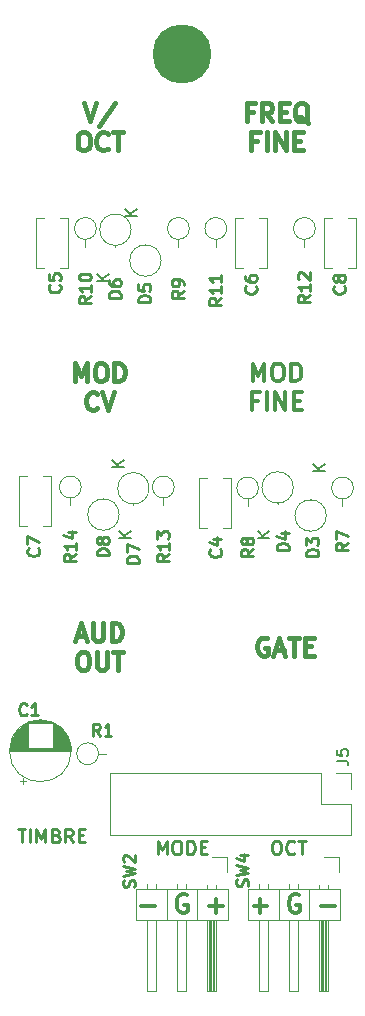
<source format=gto>
%TF.GenerationSoftware,KiCad,Pcbnew,(6.0.1)*%
%TF.CreationDate,2022-09-30T20:28:54-04:00*%
%TF.ProjectId,SYNTH-VCO_CTL-03,53594e54-482d-4564-934f-5f43544c2d30,1*%
%TF.SameCoordinates,Original*%
%TF.FileFunction,Legend,Top*%
%TF.FilePolarity,Positive*%
%FSLAX46Y46*%
G04 Gerber Fmt 4.6, Leading zero omitted, Abs format (unit mm)*
G04 Created by KiCad (PCBNEW (6.0.1)) date 2022-09-30 20:28:54*
%MOMM*%
%LPD*%
G01*
G04 APERTURE LIST*
%ADD10C,0.375000*%
%ADD11C,0.349250*%
%ADD12C,0.285750*%
%ADD13C,0.381000*%
%ADD14C,0.254000*%
%ADD15C,0.150000*%
%ADD16C,0.120000*%
%ADD17C,5.000000*%
G04 APERTURE END LIST*
D10*
X141118285Y-87571071D02*
X141118285Y-86071071D01*
X141618285Y-87142500D01*
X142118285Y-86071071D01*
X142118285Y-87571071D01*
X143118285Y-86071071D02*
X143404000Y-86071071D01*
X143546857Y-86142500D01*
X143689714Y-86285357D01*
X143761142Y-86571071D01*
X143761142Y-87071071D01*
X143689714Y-87356785D01*
X143546857Y-87499642D01*
X143404000Y-87571071D01*
X143118285Y-87571071D01*
X142975428Y-87499642D01*
X142832571Y-87356785D01*
X142761142Y-87071071D01*
X142761142Y-86571071D01*
X142832571Y-86285357D01*
X142975428Y-86142500D01*
X143118285Y-86071071D01*
X144404000Y-87571071D02*
X144404000Y-86071071D01*
X144761142Y-86071071D01*
X144975428Y-86142500D01*
X145118285Y-86285357D01*
X145189714Y-86428214D01*
X145261142Y-86713928D01*
X145261142Y-86928214D01*
X145189714Y-87213928D01*
X145118285Y-87356785D01*
X144975428Y-87499642D01*
X144761142Y-87571071D01*
X144404000Y-87571071D01*
X141546857Y-89200357D02*
X141046857Y-89200357D01*
X141046857Y-89986071D02*
X141046857Y-88486071D01*
X141761142Y-88486071D01*
X142332571Y-89986071D02*
X142332571Y-88486071D01*
X143046857Y-89986071D02*
X143046857Y-88486071D01*
X143904000Y-89986071D01*
X143904000Y-88486071D01*
X144618285Y-89200357D02*
X145118285Y-89200357D01*
X145332571Y-89986071D02*
X144618285Y-89986071D01*
X144618285Y-88486071D01*
X145332571Y-88486071D01*
D11*
X131706857Y-131962485D02*
X132868000Y-131962485D01*
X135553142Y-131062600D02*
X135408000Y-130987609D01*
X135190285Y-130987609D01*
X134972571Y-131062600D01*
X134827428Y-131212580D01*
X134754857Y-131362561D01*
X134682285Y-131662523D01*
X134682285Y-131887495D01*
X134754857Y-132187457D01*
X134827428Y-132337438D01*
X134972571Y-132487419D01*
X135190285Y-132562409D01*
X135335428Y-132562409D01*
X135553142Y-132487419D01*
X135625714Y-132412428D01*
X135625714Y-131887495D01*
X135335428Y-131887495D01*
X137440000Y-131962485D02*
X138601142Y-131962485D01*
X138020571Y-132562409D02*
X138020571Y-131362561D01*
D12*
X133085714Y-127617071D02*
X133085714Y-126474071D01*
X133466714Y-127290500D01*
X133847714Y-126474071D01*
X133847714Y-127617071D01*
X134609714Y-126474071D02*
X134827428Y-126474071D01*
X134936285Y-126528500D01*
X135045142Y-126637357D01*
X135099571Y-126855071D01*
X135099571Y-127236071D01*
X135045142Y-127453785D01*
X134936285Y-127562642D01*
X134827428Y-127617071D01*
X134609714Y-127617071D01*
X134500857Y-127562642D01*
X134392000Y-127453785D01*
X134337571Y-127236071D01*
X134337571Y-126855071D01*
X134392000Y-126637357D01*
X134500857Y-126528500D01*
X134609714Y-126474071D01*
X135589428Y-127617071D02*
X135589428Y-126474071D01*
X135861571Y-126474071D01*
X136024857Y-126528500D01*
X136133714Y-126637357D01*
X136188142Y-126746214D01*
X136242571Y-126963928D01*
X136242571Y-127127214D01*
X136188142Y-127344928D01*
X136133714Y-127453785D01*
X136024857Y-127562642D01*
X135861571Y-127617071D01*
X135589428Y-127617071D01*
X136732428Y-127018357D02*
X137113428Y-127018357D01*
X137276714Y-127617071D02*
X136732428Y-127617071D01*
X136732428Y-126474071D01*
X137276714Y-126474071D01*
D13*
X142380000Y-109338000D02*
X142234857Y-109265428D01*
X142017142Y-109265428D01*
X141799428Y-109338000D01*
X141654285Y-109483142D01*
X141581714Y-109628285D01*
X141509142Y-109918571D01*
X141509142Y-110136285D01*
X141581714Y-110426571D01*
X141654285Y-110571714D01*
X141799428Y-110716857D01*
X142017142Y-110789428D01*
X142162285Y-110789428D01*
X142380000Y-110716857D01*
X142452571Y-110644285D01*
X142452571Y-110136285D01*
X142162285Y-110136285D01*
X143033142Y-110354000D02*
X143758857Y-110354000D01*
X142888000Y-110789428D02*
X143396000Y-109265428D01*
X143904000Y-110789428D01*
X144194285Y-109265428D02*
X145065142Y-109265428D01*
X144629714Y-110789428D02*
X144629714Y-109265428D01*
X145573142Y-109991142D02*
X146081142Y-109991142D01*
X146298857Y-110789428D02*
X145573142Y-110789428D01*
X145573142Y-109265428D01*
X146298857Y-109265428D01*
D12*
X121242071Y-125474071D02*
X121895214Y-125474071D01*
X121568642Y-126617071D02*
X121568642Y-125474071D01*
X122276214Y-126617071D02*
X122276214Y-125474071D01*
X122820500Y-126617071D02*
X122820500Y-125474071D01*
X123201500Y-126290500D01*
X123582500Y-125474071D01*
X123582500Y-126617071D01*
X124507785Y-126018357D02*
X124671071Y-126072785D01*
X124725500Y-126127214D01*
X124779928Y-126236071D01*
X124779928Y-126399357D01*
X124725500Y-126508214D01*
X124671071Y-126562642D01*
X124562214Y-126617071D01*
X124126785Y-126617071D01*
X124126785Y-125474071D01*
X124507785Y-125474071D01*
X124616642Y-125528500D01*
X124671071Y-125582928D01*
X124725500Y-125691785D01*
X124725500Y-125800642D01*
X124671071Y-125909500D01*
X124616642Y-125963928D01*
X124507785Y-126018357D01*
X124126785Y-126018357D01*
X125922928Y-126617071D02*
X125541928Y-126072785D01*
X125269785Y-126617071D02*
X125269785Y-125474071D01*
X125705214Y-125474071D01*
X125814071Y-125528500D01*
X125868500Y-125582928D01*
X125922928Y-125691785D01*
X125922928Y-125855071D01*
X125868500Y-125963928D01*
X125814071Y-126018357D01*
X125705214Y-126072785D01*
X125269785Y-126072785D01*
X126412785Y-126018357D02*
X126793785Y-126018357D01*
X126957071Y-126617071D02*
X126412785Y-126617071D01*
X126412785Y-125474071D01*
X126957071Y-125474071D01*
D13*
X126230857Y-109127180D02*
X126956571Y-109127180D01*
X126085714Y-109562608D02*
X126593714Y-108038608D01*
X127101714Y-109562608D01*
X127609714Y-108038608D02*
X127609714Y-109272322D01*
X127682285Y-109417465D01*
X127754857Y-109490037D01*
X127900000Y-109562608D01*
X128190285Y-109562608D01*
X128335428Y-109490037D01*
X128408000Y-109417465D01*
X128480571Y-109272322D01*
X128480571Y-108038608D01*
X129206285Y-109562608D02*
X129206285Y-108038608D01*
X129569142Y-108038608D01*
X129786857Y-108111180D01*
X129932000Y-108256322D01*
X130004571Y-108401465D01*
X130077142Y-108691751D01*
X130077142Y-108909465D01*
X130004571Y-109199751D01*
X129932000Y-109344894D01*
X129786857Y-109490037D01*
X129569142Y-109562608D01*
X129206285Y-109562608D01*
X126630000Y-110492248D02*
X126920285Y-110492248D01*
X127065428Y-110564820D01*
X127210571Y-110709962D01*
X127283142Y-111000248D01*
X127283142Y-111508248D01*
X127210571Y-111798534D01*
X127065428Y-111943677D01*
X126920285Y-112016248D01*
X126630000Y-112016248D01*
X126484857Y-111943677D01*
X126339714Y-111798534D01*
X126267142Y-111508248D01*
X126267142Y-111000248D01*
X126339714Y-110709962D01*
X126484857Y-110564820D01*
X126630000Y-110492248D01*
X127936285Y-110492248D02*
X127936285Y-111725962D01*
X128008857Y-111871105D01*
X128081428Y-111943677D01*
X128226571Y-112016248D01*
X128516857Y-112016248D01*
X128662000Y-111943677D01*
X128734571Y-111871105D01*
X128807142Y-111725962D01*
X128807142Y-110492248D01*
X129315142Y-110492248D02*
X130186000Y-110492248D01*
X129750571Y-112016248D02*
X129750571Y-110492248D01*
X126847714Y-64038608D02*
X127355714Y-65562608D01*
X127863714Y-64038608D01*
X129460285Y-63966037D02*
X128154000Y-65925465D01*
X126666285Y-66492248D02*
X126956571Y-66492248D01*
X127101714Y-66564820D01*
X127246857Y-66709962D01*
X127319428Y-67000248D01*
X127319428Y-67508248D01*
X127246857Y-67798534D01*
X127101714Y-67943677D01*
X126956571Y-68016248D01*
X126666285Y-68016248D01*
X126521142Y-67943677D01*
X126376000Y-67798534D01*
X126303428Y-67508248D01*
X126303428Y-67000248D01*
X126376000Y-66709962D01*
X126521142Y-66564820D01*
X126666285Y-66492248D01*
X128843428Y-67871105D02*
X128770857Y-67943677D01*
X128553142Y-68016248D01*
X128408000Y-68016248D01*
X128190285Y-67943677D01*
X128045142Y-67798534D01*
X127972571Y-67653391D01*
X127900000Y-67363105D01*
X127900000Y-67145391D01*
X127972571Y-66855105D01*
X128045142Y-66709962D01*
X128190285Y-66564820D01*
X128408000Y-66492248D01*
X128553142Y-66492248D01*
X128770857Y-66564820D01*
X128843428Y-66637391D01*
X129278857Y-66492248D02*
X130149714Y-66492248D01*
X129714285Y-68016248D02*
X129714285Y-66492248D01*
D12*
X143038214Y-126474071D02*
X143255928Y-126474071D01*
X143364785Y-126528500D01*
X143473642Y-126637357D01*
X143528071Y-126855071D01*
X143528071Y-127236071D01*
X143473642Y-127453785D01*
X143364785Y-127562642D01*
X143255928Y-127617071D01*
X143038214Y-127617071D01*
X142929357Y-127562642D01*
X142820500Y-127453785D01*
X142766071Y-127236071D01*
X142766071Y-126855071D01*
X142820500Y-126637357D01*
X142929357Y-126528500D01*
X143038214Y-126474071D01*
X144671071Y-127508214D02*
X144616642Y-127562642D01*
X144453357Y-127617071D01*
X144344500Y-127617071D01*
X144181214Y-127562642D01*
X144072357Y-127453785D01*
X144017928Y-127344928D01*
X143963500Y-127127214D01*
X143963500Y-126963928D01*
X144017928Y-126746214D01*
X144072357Y-126637357D01*
X144181214Y-126528500D01*
X144344500Y-126474071D01*
X144453357Y-126474071D01*
X144616642Y-126528500D01*
X144671071Y-126582928D01*
X144997642Y-126474071D02*
X145650785Y-126474071D01*
X145324214Y-127617071D02*
X145324214Y-126474071D01*
D13*
X126085714Y-87562608D02*
X126085714Y-86038608D01*
X126593714Y-87127180D01*
X127101714Y-86038608D01*
X127101714Y-87562608D01*
X128117714Y-86038608D02*
X128408000Y-86038608D01*
X128553142Y-86111180D01*
X128698285Y-86256322D01*
X128770857Y-86546608D01*
X128770857Y-87054608D01*
X128698285Y-87344894D01*
X128553142Y-87490037D01*
X128408000Y-87562608D01*
X128117714Y-87562608D01*
X127972571Y-87490037D01*
X127827428Y-87344894D01*
X127754857Y-87054608D01*
X127754857Y-86546608D01*
X127827428Y-86256322D01*
X127972571Y-86111180D01*
X128117714Y-86038608D01*
X129424000Y-87562608D02*
X129424000Y-86038608D01*
X129786857Y-86038608D01*
X130004571Y-86111180D01*
X130149714Y-86256322D01*
X130222285Y-86401465D01*
X130294857Y-86691751D01*
X130294857Y-86909465D01*
X130222285Y-87199751D01*
X130149714Y-87344894D01*
X130004571Y-87490037D01*
X129786857Y-87562608D01*
X129424000Y-87562608D01*
X127972571Y-89871105D02*
X127900000Y-89943677D01*
X127682285Y-90016248D01*
X127537142Y-90016248D01*
X127319428Y-89943677D01*
X127174285Y-89798534D01*
X127101714Y-89653391D01*
X127029142Y-89363105D01*
X127029142Y-89145391D01*
X127101714Y-88855105D01*
X127174285Y-88709962D01*
X127319428Y-88564820D01*
X127537142Y-88492248D01*
X127682285Y-88492248D01*
X127900000Y-88564820D01*
X127972571Y-88637391D01*
X128408000Y-88492248D02*
X128916000Y-90016248D01*
X129424000Y-88492248D01*
X141122000Y-64764322D02*
X140614000Y-64764322D01*
X140614000Y-65562608D02*
X140614000Y-64038608D01*
X141339714Y-64038608D01*
X142791142Y-65562608D02*
X142283142Y-64836894D01*
X141920285Y-65562608D02*
X141920285Y-64038608D01*
X142500857Y-64038608D01*
X142646000Y-64111180D01*
X142718571Y-64183751D01*
X142791142Y-64328894D01*
X142791142Y-64546608D01*
X142718571Y-64691751D01*
X142646000Y-64764322D01*
X142500857Y-64836894D01*
X141920285Y-64836894D01*
X143444285Y-64764322D02*
X143952285Y-64764322D01*
X144170000Y-65562608D02*
X143444285Y-65562608D01*
X143444285Y-64038608D01*
X144170000Y-64038608D01*
X145839142Y-65707751D02*
X145694000Y-65635180D01*
X145548857Y-65490037D01*
X145331142Y-65272322D01*
X145186000Y-65199751D01*
X145040857Y-65199751D01*
X145113428Y-65562608D02*
X144968285Y-65490037D01*
X144823142Y-65344894D01*
X144750571Y-65054608D01*
X144750571Y-64546608D01*
X144823142Y-64256322D01*
X144968285Y-64111180D01*
X145113428Y-64038608D01*
X145403714Y-64038608D01*
X145548857Y-64111180D01*
X145694000Y-64256322D01*
X145766571Y-64546608D01*
X145766571Y-65054608D01*
X145694000Y-65344894D01*
X145548857Y-65490037D01*
X145403714Y-65562608D01*
X145113428Y-65562608D01*
X141521142Y-67217962D02*
X141013142Y-67217962D01*
X141013142Y-68016248D02*
X141013142Y-66492248D01*
X141738857Y-66492248D01*
X142319428Y-68016248D02*
X142319428Y-66492248D01*
X143045142Y-68016248D02*
X143045142Y-66492248D01*
X143916000Y-68016248D01*
X143916000Y-66492248D01*
X144641714Y-67217962D02*
X145149714Y-67217962D01*
X145367428Y-68016248D02*
X144641714Y-68016248D01*
X144641714Y-66492248D01*
X145367428Y-66492248D01*
D11*
X141206857Y-131962485D02*
X142368000Y-131962485D01*
X141787428Y-132562409D02*
X141787428Y-131362561D01*
X145053142Y-131062600D02*
X144908000Y-130987609D01*
X144690285Y-130987609D01*
X144472571Y-131062600D01*
X144327428Y-131212580D01*
X144254857Y-131362561D01*
X144182285Y-131662523D01*
X144182285Y-131887495D01*
X144254857Y-132187457D01*
X144327428Y-132337438D01*
X144472571Y-132487419D01*
X144690285Y-132562409D01*
X144835428Y-132562409D01*
X145053142Y-132487419D01*
X145125714Y-132412428D01*
X145125714Y-131887495D01*
X144835428Y-131887495D01*
X146940000Y-131962485D02*
X148101142Y-131962485D01*
D14*
%TO.C,R7*%
X149193619Y-101269333D02*
X148709809Y-101608000D01*
X149193619Y-101849904D02*
X148177619Y-101849904D01*
X148177619Y-101462857D01*
X148226000Y-101366095D01*
X148274380Y-101317714D01*
X148371142Y-101269333D01*
X148516285Y-101269333D01*
X148613047Y-101317714D01*
X148661428Y-101366095D01*
X148709809Y-101462857D01*
X148709809Y-101849904D01*
X148177619Y-100930666D02*
X148177619Y-100253333D01*
X149193619Y-100688761D01*
%TO.C,D5*%
X132468619Y-80871277D02*
X131452619Y-80871277D01*
X131452619Y-80629373D01*
X131501000Y-80484230D01*
X131597761Y-80387468D01*
X131694523Y-80339087D01*
X131888047Y-80290706D01*
X132033190Y-80290706D01*
X132226714Y-80339087D01*
X132323476Y-80387468D01*
X132420238Y-80484230D01*
X132468619Y-80629373D01*
X132468619Y-80871277D01*
X131452619Y-79371468D02*
X131452619Y-79855277D01*
X131936428Y-79903658D01*
X131888047Y-79855277D01*
X131839666Y-79758515D01*
X131839666Y-79516611D01*
X131888047Y-79419849D01*
X131936428Y-79371468D01*
X132033190Y-79323087D01*
X132275095Y-79323087D01*
X132371857Y-79371468D01*
X132420238Y-79419849D01*
X132468619Y-79516611D01*
X132468619Y-79758515D01*
X132420238Y-79855277D01*
X132371857Y-79903658D01*
D15*
X131355694Y-73556590D02*
X130355694Y-73556590D01*
X131355694Y-72985162D02*
X130784266Y-73413733D01*
X130355694Y-72985162D02*
X130927123Y-73556590D01*
D14*
%TO.C,D8*%
X128948619Y-102299904D02*
X127932619Y-102299904D01*
X127932619Y-102058000D01*
X127981000Y-101912857D01*
X128077761Y-101816095D01*
X128174523Y-101767714D01*
X128368047Y-101719333D01*
X128513190Y-101719333D01*
X128706714Y-101767714D01*
X128803476Y-101816095D01*
X128900238Y-101912857D01*
X128948619Y-102058000D01*
X128948619Y-102299904D01*
X128368047Y-101138761D02*
X128319666Y-101235523D01*
X128271285Y-101283904D01*
X128174523Y-101332285D01*
X128126142Y-101332285D01*
X128029380Y-101283904D01*
X127981000Y-101235523D01*
X127932619Y-101138761D01*
X127932619Y-100945238D01*
X127981000Y-100848476D01*
X128029380Y-100800095D01*
X128126142Y-100751714D01*
X128174523Y-100751714D01*
X128271285Y-100800095D01*
X128319666Y-100848476D01*
X128368047Y-100945238D01*
X128368047Y-101138761D01*
X128416428Y-101235523D01*
X128464809Y-101283904D01*
X128561571Y-101332285D01*
X128755095Y-101332285D01*
X128851857Y-101283904D01*
X128900238Y-101235523D01*
X128948619Y-101138761D01*
X128948619Y-100945238D01*
X128900238Y-100848476D01*
X128851857Y-100800095D01*
X128755095Y-100751714D01*
X128561571Y-100751714D01*
X128464809Y-100800095D01*
X128416428Y-100848476D01*
X128368047Y-100945238D01*
D15*
X130211380Y-94826904D02*
X129211380Y-94826904D01*
X130211380Y-94255476D02*
X129639952Y-94684047D01*
X129211380Y-94255476D02*
X129782809Y-94826904D01*
D14*
%TO.C,SW2*%
X131120249Y-130384664D02*
X131168630Y-130239521D01*
X131168630Y-129997617D01*
X131120249Y-129900855D01*
X131071868Y-129852474D01*
X130975106Y-129804093D01*
X130878344Y-129804093D01*
X130781582Y-129852474D01*
X130733201Y-129900855D01*
X130684820Y-129997617D01*
X130636439Y-130191140D01*
X130588058Y-130287902D01*
X130539677Y-130336283D01*
X130442915Y-130384664D01*
X130346153Y-130384664D01*
X130249391Y-130336283D01*
X130201011Y-130287902D01*
X130152630Y-130191140D01*
X130152630Y-129949236D01*
X130201011Y-129804093D01*
X130152630Y-129465426D02*
X131168630Y-129223521D01*
X130442915Y-129029998D01*
X131168630Y-128836474D01*
X130152630Y-128594569D01*
X130249391Y-128255902D02*
X130201011Y-128207521D01*
X130152630Y-128110759D01*
X130152630Y-127868855D01*
X130201011Y-127772093D01*
X130249391Y-127723712D01*
X130346153Y-127675331D01*
X130442915Y-127675331D01*
X130588058Y-127723712D01*
X131168630Y-128304283D01*
X131168630Y-127675331D01*
%TO.C,D6*%
X129968619Y-80485590D02*
X128952619Y-80485590D01*
X128952619Y-80243686D01*
X129001000Y-80098543D01*
X129097761Y-80001781D01*
X129194523Y-79953400D01*
X129388047Y-79905019D01*
X129533190Y-79905019D01*
X129726714Y-79953400D01*
X129823476Y-80001781D01*
X129920238Y-80098543D01*
X129968619Y-80243686D01*
X129968619Y-80485590D01*
X128952619Y-79034162D02*
X128952619Y-79227686D01*
X129001000Y-79324447D01*
X129049380Y-79372828D01*
X129194523Y-79469590D01*
X129388047Y-79517971D01*
X129775095Y-79517971D01*
X129871857Y-79469590D01*
X129920238Y-79421209D01*
X129968619Y-79324447D01*
X129968619Y-79130924D01*
X129920238Y-79034162D01*
X129871857Y-78985781D01*
X129775095Y-78937400D01*
X129533190Y-78937400D01*
X129436428Y-78985781D01*
X129388047Y-79034162D01*
X129339666Y-79130924D01*
X129339666Y-79324447D01*
X129388047Y-79421209D01*
X129436428Y-79469590D01*
X129533190Y-79517971D01*
D15*
X128945380Y-79089904D02*
X127945380Y-79089904D01*
X128945380Y-78518476D02*
X128373952Y-78947047D01*
X127945380Y-78518476D02*
X128516809Y-79089904D01*
D14*
%TO.C,R13*%
X134028619Y-102203142D02*
X133544809Y-102541809D01*
X134028619Y-102783714D02*
X133012619Y-102783714D01*
X133012619Y-102396666D01*
X133061000Y-102299904D01*
X133109380Y-102251523D01*
X133206142Y-102203142D01*
X133351285Y-102203142D01*
X133448047Y-102251523D01*
X133496428Y-102299904D01*
X133544809Y-102396666D01*
X133544809Y-102783714D01*
X134028619Y-101235523D02*
X134028619Y-101816095D01*
X134028619Y-101525809D02*
X133012619Y-101525809D01*
X133157761Y-101622571D01*
X133254523Y-101719333D01*
X133302904Y-101816095D01*
X133012619Y-100896857D02*
X133012619Y-100267904D01*
X133399666Y-100606571D01*
X133399666Y-100461428D01*
X133448047Y-100364666D01*
X133496428Y-100316285D01*
X133593190Y-100267904D01*
X133835095Y-100267904D01*
X133931857Y-100316285D01*
X133980238Y-100364666D01*
X134028619Y-100461428D01*
X134028619Y-100751714D01*
X133980238Y-100848476D01*
X133931857Y-100896857D01*
%TO.C,R12*%
X145968619Y-80283142D02*
X145484809Y-80621809D01*
X145968619Y-80863714D02*
X144952619Y-80863714D01*
X144952619Y-80476666D01*
X145001000Y-80379904D01*
X145049380Y-80331523D01*
X145146142Y-80283142D01*
X145291285Y-80283142D01*
X145388047Y-80331523D01*
X145436428Y-80379904D01*
X145484809Y-80476666D01*
X145484809Y-80863714D01*
X145968619Y-79315523D02*
X145968619Y-79896095D01*
X145968619Y-79605809D02*
X144952619Y-79605809D01*
X145097761Y-79702571D01*
X145194523Y-79799333D01*
X145242904Y-79896095D01*
X145049380Y-78928476D02*
X145001000Y-78880095D01*
X144952619Y-78783333D01*
X144952619Y-78541428D01*
X145001000Y-78444666D01*
X145049380Y-78396285D01*
X145146142Y-78347904D01*
X145242904Y-78347904D01*
X145388047Y-78396285D01*
X145968619Y-78976857D01*
X145968619Y-78347904D01*
%TO.C,C4*%
X138375857Y-101799333D02*
X138424238Y-101847714D01*
X138472619Y-101992857D01*
X138472619Y-102089619D01*
X138424238Y-102234761D01*
X138327476Y-102331523D01*
X138230714Y-102379904D01*
X138037190Y-102428285D01*
X137892047Y-102428285D01*
X137698523Y-102379904D01*
X137601761Y-102331523D01*
X137505000Y-102234761D01*
X137456619Y-102089619D01*
X137456619Y-101992857D01*
X137505000Y-101847714D01*
X137553380Y-101799333D01*
X137795285Y-100928476D02*
X138472619Y-100928476D01*
X137408238Y-101170380D02*
X138133952Y-101412285D01*
X138133952Y-100783333D01*
%TO.C,C5*%
X124766171Y-79405019D02*
X124814552Y-79453400D01*
X124862933Y-79598543D01*
X124862933Y-79695305D01*
X124814552Y-79840447D01*
X124717790Y-79937209D01*
X124621028Y-79985590D01*
X124427504Y-80033971D01*
X124282361Y-80033971D01*
X124088837Y-79985590D01*
X123992075Y-79937209D01*
X123895314Y-79840447D01*
X123846933Y-79695305D01*
X123846933Y-79598543D01*
X123895314Y-79453400D01*
X123943694Y-79405019D01*
X123846933Y-78485781D02*
X123846933Y-78969590D01*
X124330742Y-79017971D01*
X124282361Y-78969590D01*
X124233980Y-78872828D01*
X124233980Y-78630924D01*
X124282361Y-78534162D01*
X124330742Y-78485781D01*
X124427504Y-78437400D01*
X124669409Y-78437400D01*
X124766171Y-78485781D01*
X124814552Y-78534162D01*
X124862933Y-78630924D01*
X124862933Y-78872828D01*
X124814552Y-78969590D01*
X124766171Y-79017971D01*
%TO.C,SW4*%
X140722249Y-130327666D02*
X140770630Y-130182523D01*
X140770630Y-129940619D01*
X140722249Y-129843857D01*
X140673868Y-129795476D01*
X140577106Y-129747095D01*
X140480344Y-129747095D01*
X140383582Y-129795476D01*
X140335201Y-129843857D01*
X140286820Y-129940619D01*
X140238439Y-130134142D01*
X140190058Y-130230904D01*
X140141677Y-130279285D01*
X140044915Y-130327666D01*
X139948153Y-130327666D01*
X139851391Y-130279285D01*
X139803011Y-130230904D01*
X139754630Y-130134142D01*
X139754630Y-129892238D01*
X139803011Y-129747095D01*
X139754630Y-129408428D02*
X140770630Y-129166523D01*
X140044915Y-128973000D01*
X140770630Y-128779476D01*
X139754630Y-128537571D01*
X140093296Y-127715095D02*
X140770630Y-127715095D01*
X139706249Y-127957000D02*
X140431963Y-128198904D01*
X140431963Y-127569952D01*
%TO.C,D4*%
X144193619Y-101849904D02*
X143177619Y-101849904D01*
X143177619Y-101608000D01*
X143226000Y-101462857D01*
X143322761Y-101366095D01*
X143419523Y-101317714D01*
X143613047Y-101269333D01*
X143758190Y-101269333D01*
X143951714Y-101317714D01*
X144048476Y-101366095D01*
X144145238Y-101462857D01*
X144193619Y-101608000D01*
X144193619Y-101849904D01*
X143516285Y-100398476D02*
X144193619Y-100398476D01*
X143129238Y-100640380D02*
X143854952Y-100882285D01*
X143854952Y-100253333D01*
D15*
X142549380Y-100818532D02*
X141549380Y-100818532D01*
X142549380Y-100247104D02*
X141977952Y-100675675D01*
X141549380Y-100247104D02*
X142120809Y-100818532D01*
D14*
%TO.C,R8*%
X141193619Y-101769333D02*
X140709809Y-102108000D01*
X141193619Y-102349904D02*
X140177619Y-102349904D01*
X140177619Y-101962857D01*
X140226000Y-101866095D01*
X140274380Y-101817714D01*
X140371142Y-101769333D01*
X140516285Y-101769333D01*
X140613047Y-101817714D01*
X140661428Y-101866095D01*
X140709809Y-101962857D01*
X140709809Y-102349904D01*
X140613047Y-101188761D02*
X140564666Y-101285523D01*
X140516285Y-101333904D01*
X140419523Y-101382285D01*
X140371142Y-101382285D01*
X140274380Y-101333904D01*
X140226000Y-101285523D01*
X140177619Y-101188761D01*
X140177619Y-100995238D01*
X140226000Y-100898476D01*
X140274380Y-100850095D01*
X140371142Y-100801714D01*
X140419523Y-100801714D01*
X140516285Y-100850095D01*
X140564666Y-100898476D01*
X140613047Y-100995238D01*
X140613047Y-101188761D01*
X140661428Y-101285523D01*
X140709809Y-101333904D01*
X140806571Y-101382285D01*
X141000095Y-101382285D01*
X141096857Y-101333904D01*
X141145238Y-101285523D01*
X141193619Y-101188761D01*
X141193619Y-100995238D01*
X141145238Y-100898476D01*
X141096857Y-100850095D01*
X141000095Y-100801714D01*
X140806571Y-100801714D01*
X140709809Y-100850095D01*
X140661428Y-100898476D01*
X140613047Y-100995238D01*
%TO.C,R9*%
X135302619Y-79905019D02*
X134818809Y-80243686D01*
X135302619Y-80485590D02*
X134286619Y-80485590D01*
X134286619Y-80098543D01*
X134335000Y-80001781D01*
X134383380Y-79953400D01*
X134480142Y-79905019D01*
X134625285Y-79905019D01*
X134722047Y-79953400D01*
X134770428Y-80001781D01*
X134818809Y-80098543D01*
X134818809Y-80485590D01*
X135302619Y-79421209D02*
X135302619Y-79227686D01*
X135254238Y-79130924D01*
X135205857Y-79082543D01*
X135060714Y-78985781D01*
X134867190Y-78937400D01*
X134480142Y-78937400D01*
X134383380Y-78985781D01*
X134335000Y-79034162D01*
X134286619Y-79130924D01*
X134286619Y-79324447D01*
X134335000Y-79421209D01*
X134383380Y-79469590D01*
X134480142Y-79517971D01*
X134722047Y-79517971D01*
X134818809Y-79469590D01*
X134867190Y-79421209D01*
X134915571Y-79324447D01*
X134915571Y-79130924D01*
X134867190Y-79034162D01*
X134818809Y-78985781D01*
X134722047Y-78937400D01*
%TO.C,C7*%
X122981857Y-101719333D02*
X123030238Y-101767714D01*
X123078619Y-101912857D01*
X123078619Y-102009619D01*
X123030238Y-102154761D01*
X122933476Y-102251523D01*
X122836714Y-102299904D01*
X122643190Y-102348285D01*
X122498047Y-102348285D01*
X122304523Y-102299904D01*
X122207761Y-102251523D01*
X122111000Y-102154761D01*
X122062619Y-102009619D01*
X122062619Y-101912857D01*
X122111000Y-101767714D01*
X122159380Y-101719333D01*
X122062619Y-101380666D02*
X122062619Y-100703333D01*
X123078619Y-101138761D01*
%TO.C,D7*%
X131488619Y-102934904D02*
X130472619Y-102934904D01*
X130472619Y-102693000D01*
X130521000Y-102547857D01*
X130617761Y-102451095D01*
X130714523Y-102402714D01*
X130908047Y-102354333D01*
X131053190Y-102354333D01*
X131246714Y-102402714D01*
X131343476Y-102451095D01*
X131440238Y-102547857D01*
X131488619Y-102693000D01*
X131488619Y-102934904D01*
X130472619Y-102015666D02*
X130472619Y-101338333D01*
X131488619Y-101773761D01*
D15*
X130846380Y-100824590D02*
X129846380Y-100824590D01*
X130846380Y-100253162D02*
X130274952Y-100681733D01*
X129846380Y-100253162D02*
X130417809Y-100824590D01*
D14*
%TO.C,R1*%
X128204666Y-117559619D02*
X127866000Y-117075809D01*
X127624095Y-117559619D02*
X127624095Y-116543619D01*
X128011142Y-116543619D01*
X128107904Y-116592000D01*
X128156285Y-116640380D01*
X128204666Y-116737142D01*
X128204666Y-116882285D01*
X128156285Y-116979047D01*
X128107904Y-117027428D01*
X128011142Y-117075809D01*
X127624095Y-117075809D01*
X129172285Y-117559619D02*
X128591714Y-117559619D01*
X128882000Y-117559619D02*
X128882000Y-116543619D01*
X128785238Y-116688761D01*
X128688476Y-116785523D01*
X128591714Y-116833904D01*
D15*
%TO.C,*%
D14*
%TO.C,D3*%
X146693619Y-102349904D02*
X145677619Y-102349904D01*
X145677619Y-102108000D01*
X145726000Y-101962857D01*
X145822761Y-101866095D01*
X145919523Y-101817714D01*
X146113047Y-101769333D01*
X146258190Y-101769333D01*
X146451714Y-101817714D01*
X146548476Y-101866095D01*
X146645238Y-101962857D01*
X146693619Y-102108000D01*
X146693619Y-102349904D01*
X145677619Y-101430666D02*
X145677619Y-100801714D01*
X146064666Y-101140380D01*
X146064666Y-100995238D01*
X146113047Y-100898476D01*
X146161428Y-100850095D01*
X146258190Y-100801714D01*
X146500095Y-100801714D01*
X146596857Y-100850095D01*
X146645238Y-100898476D01*
X146693619Y-100995238D01*
X146693619Y-101285523D01*
X146645238Y-101382285D01*
X146596857Y-101430666D01*
D15*
X147248380Y-95132218D02*
X146248380Y-95132218D01*
X147248380Y-94560790D02*
X146676952Y-94989361D01*
X146248380Y-94560790D02*
X146819809Y-95132218D01*
%TO.C,J5*%
X148231380Y-119708333D02*
X148945666Y-119708333D01*
X149088523Y-119755952D01*
X149183761Y-119851190D01*
X149231380Y-119994047D01*
X149231380Y-120089285D01*
X148231380Y-118755952D02*
X148231380Y-119232142D01*
X148707571Y-119279761D01*
X148659952Y-119232142D01*
X148612333Y-119136904D01*
X148612333Y-118898809D01*
X148659952Y-118803571D01*
X148707571Y-118755952D01*
X148802809Y-118708333D01*
X149040904Y-118708333D01*
X149136142Y-118755952D01*
X149183761Y-118803571D01*
X149231380Y-118898809D01*
X149231380Y-119136904D01*
X149183761Y-119232142D01*
X149136142Y-119279761D01*
D14*
%TO.C,R11*%
X138468619Y-80503142D02*
X137984809Y-80841809D01*
X138468619Y-81083714D02*
X137452619Y-81083714D01*
X137452619Y-80696666D01*
X137501000Y-80599904D01*
X137549380Y-80551523D01*
X137646142Y-80503142D01*
X137791285Y-80503142D01*
X137888047Y-80551523D01*
X137936428Y-80599904D01*
X137984809Y-80696666D01*
X137984809Y-81083714D01*
X138468619Y-79535523D02*
X138468619Y-80116095D01*
X138468619Y-79825809D02*
X137452619Y-79825809D01*
X137597761Y-79922571D01*
X137694523Y-80019333D01*
X137742904Y-80116095D01*
X138468619Y-78567904D02*
X138468619Y-79148476D01*
X138468619Y-78858190D02*
X137452619Y-78858190D01*
X137597761Y-78954952D01*
X137694523Y-79051714D01*
X137742904Y-79148476D01*
%TO.C,R14*%
X126153619Y-102203142D02*
X125669809Y-102541809D01*
X126153619Y-102783714D02*
X125137619Y-102783714D01*
X125137619Y-102396666D01*
X125186000Y-102299904D01*
X125234380Y-102251523D01*
X125331142Y-102203142D01*
X125476285Y-102203142D01*
X125573047Y-102251523D01*
X125621428Y-102299904D01*
X125669809Y-102396666D01*
X125669809Y-102783714D01*
X126153619Y-101235523D02*
X126153619Y-101816095D01*
X126153619Y-101525809D02*
X125137619Y-101525809D01*
X125282761Y-101622571D01*
X125379523Y-101719333D01*
X125427904Y-101816095D01*
X125476285Y-100364666D02*
X126153619Y-100364666D01*
X125089238Y-100606571D02*
X125814952Y-100848476D01*
X125814952Y-100219523D01*
%TO.C,C8*%
X148871857Y-79519333D02*
X148920238Y-79567714D01*
X148968619Y-79712857D01*
X148968619Y-79809619D01*
X148920238Y-79954761D01*
X148823476Y-80051523D01*
X148726714Y-80099904D01*
X148533190Y-80148285D01*
X148388047Y-80148285D01*
X148194523Y-80099904D01*
X148097761Y-80051523D01*
X148001000Y-79954761D01*
X147952619Y-79809619D01*
X147952619Y-79712857D01*
X148001000Y-79567714D01*
X148049380Y-79519333D01*
X148388047Y-78938761D02*
X148339666Y-79035523D01*
X148291285Y-79083904D01*
X148194523Y-79132285D01*
X148146142Y-79132285D01*
X148049380Y-79083904D01*
X148001000Y-79035523D01*
X147952619Y-78938761D01*
X147952619Y-78745238D01*
X148001000Y-78648476D01*
X148049380Y-78600095D01*
X148146142Y-78551714D01*
X148194523Y-78551714D01*
X148291285Y-78600095D01*
X148339666Y-78648476D01*
X148388047Y-78745238D01*
X148388047Y-78938761D01*
X148436428Y-79035523D01*
X148484809Y-79083904D01*
X148581571Y-79132285D01*
X148775095Y-79132285D01*
X148871857Y-79083904D01*
X148920238Y-79035523D01*
X148968619Y-78938761D01*
X148968619Y-78745238D01*
X148920238Y-78648476D01*
X148871857Y-78600095D01*
X148775095Y-78551714D01*
X148581571Y-78551714D01*
X148484809Y-78600095D01*
X148436428Y-78648476D01*
X148388047Y-78745238D01*
%TO.C,C1*%
X121984666Y-115757744D02*
X121936285Y-115806125D01*
X121791142Y-115854506D01*
X121694380Y-115854506D01*
X121549238Y-115806125D01*
X121452476Y-115709363D01*
X121404095Y-115612601D01*
X121355714Y-115419077D01*
X121355714Y-115273934D01*
X121404095Y-115080410D01*
X121452476Y-114983648D01*
X121549238Y-114886887D01*
X121694380Y-114838506D01*
X121791142Y-114838506D01*
X121936285Y-114886887D01*
X121984666Y-114935267D01*
X122952285Y-115854506D02*
X122371714Y-115854506D01*
X122662000Y-115854506D02*
X122662000Y-114838506D01*
X122565238Y-114983648D01*
X122468476Y-115080410D01*
X122371714Y-115128791D01*
D15*
%TO.C,*%
D14*
%TO.C,R10*%
X127428619Y-80388828D02*
X126944809Y-80727495D01*
X127428619Y-80969400D02*
X126412619Y-80969400D01*
X126412619Y-80582352D01*
X126461000Y-80485590D01*
X126509380Y-80437209D01*
X126606142Y-80388828D01*
X126751285Y-80388828D01*
X126848047Y-80437209D01*
X126896428Y-80485590D01*
X126944809Y-80582352D01*
X126944809Y-80969400D01*
X127428619Y-79421209D02*
X127428619Y-80001781D01*
X127428619Y-79711495D02*
X126412619Y-79711495D01*
X126557761Y-79808257D01*
X126654523Y-79905019D01*
X126702904Y-80001781D01*
X126412619Y-78792257D02*
X126412619Y-78695495D01*
X126461000Y-78598733D01*
X126509380Y-78550352D01*
X126606142Y-78501971D01*
X126799666Y-78453590D01*
X127041571Y-78453590D01*
X127235095Y-78501971D01*
X127331857Y-78550352D01*
X127380238Y-78598733D01*
X127428619Y-78695495D01*
X127428619Y-78792257D01*
X127380238Y-78889019D01*
X127331857Y-78937400D01*
X127235095Y-78985781D01*
X127041571Y-79034162D01*
X126799666Y-79034162D01*
X126606142Y-78985781D01*
X126509380Y-78937400D01*
X126461000Y-78889019D01*
X126412619Y-78792257D01*
%TO.C,C6*%
X141371857Y-79519333D02*
X141420238Y-79567714D01*
X141468619Y-79712857D01*
X141468619Y-79809619D01*
X141420238Y-79954761D01*
X141323476Y-80051523D01*
X141226714Y-80099904D01*
X141033190Y-80148285D01*
X140888047Y-80148285D01*
X140694523Y-80099904D01*
X140597761Y-80051523D01*
X140501000Y-79954761D01*
X140452619Y-79809619D01*
X140452619Y-79712857D01*
X140501000Y-79567714D01*
X140549380Y-79519333D01*
X140452619Y-78648476D02*
X140452619Y-78842000D01*
X140501000Y-78938761D01*
X140549380Y-78987142D01*
X140694523Y-79083904D01*
X140888047Y-79132285D01*
X141275095Y-79132285D01*
X141371857Y-79083904D01*
X141420238Y-79035523D01*
X141468619Y-78938761D01*
X141468619Y-78745238D01*
X141420238Y-78648476D01*
X141371857Y-78600095D01*
X141275095Y-78551714D01*
X141033190Y-78551714D01*
X140936428Y-78600095D01*
X140888047Y-78648476D01*
X140839666Y-78745238D01*
X140839666Y-78938761D01*
X140888047Y-79035523D01*
X140936428Y-79083904D01*
X141033190Y-79132285D01*
D16*
%TO.C,R7*%
X148734000Y-97520000D02*
X148734000Y-98140000D01*
X149654000Y-96600000D02*
G75*
G03*
X149654000Y-96600000I-920000J0D01*
G01*
%TO.C,D5*%
X132049000Y-76023630D02*
X132049000Y-75910001D01*
X133375371Y-77350001D02*
G75*
G03*
X133375371Y-77350001I-1326371J0D01*
G01*
%TO.C,D8*%
X128489000Y-97527944D02*
X128489000Y-97414315D01*
X129815371Y-98854315D02*
G75*
G03*
X129815371Y-98854315I-1326371J0D01*
G01*
%TO.C,SW2*%
X134759000Y-139200000D02*
X134759000Y-133200000D01*
X131269000Y-133200000D02*
X139009000Y-133200000D01*
X132219000Y-139200000D02*
X132219000Y-133200000D01*
X137639000Y-133200000D02*
X137639000Y-139200000D01*
X137759000Y-133200000D02*
X137759000Y-139200000D01*
X132979000Y-139200000D02*
X132219000Y-139200000D01*
X138949000Y-127830000D02*
X138949000Y-129100000D01*
X137679000Y-127830000D02*
X138949000Y-127830000D01*
X138059000Y-133200000D02*
X138059000Y-139200000D01*
X137879000Y-133200000D02*
X137879000Y-139200000D01*
X137299000Y-139200000D02*
X137299000Y-133200000D01*
X137399000Y-133200000D02*
X137399000Y-139200000D01*
X137519000Y-133200000D02*
X137519000Y-139200000D01*
X138059000Y-139200000D02*
X137299000Y-139200000D01*
X132979000Y-130142929D02*
X132979000Y-130540000D01*
X136409000Y-130540000D02*
X136409000Y-133200000D01*
X132979000Y-133200000D02*
X132979000Y-139200000D01*
X137999000Y-133200000D02*
X137999000Y-139200000D01*
X134759000Y-130142929D02*
X134759000Y-130540000D01*
X132219000Y-130142929D02*
X132219000Y-130540000D01*
X139009000Y-133200000D02*
X139009000Y-130540000D01*
X138059000Y-130210000D02*
X138059000Y-130540000D01*
X135519000Y-139200000D02*
X134759000Y-139200000D01*
X135519000Y-130142929D02*
X135519000Y-130540000D01*
X135519000Y-133200000D02*
X135519000Y-139200000D01*
X131269000Y-130540000D02*
X131269000Y-133200000D01*
X139009000Y-130540000D02*
X131269000Y-130540000D01*
X133869000Y-130540000D02*
X133869000Y-133200000D01*
X137299000Y-130210000D02*
X137299000Y-130540000D01*
%TO.C,D6*%
X129509000Y-76062057D02*
X129509000Y-76175686D01*
X130835371Y-74735686D02*
G75*
G03*
X130835371Y-74735686I-1326371J0D01*
G01*
%TO.C,R13*%
X133569000Y-97440000D02*
X133569000Y-98060000D01*
X134489000Y-96520000D02*
G75*
G03*
X134489000Y-96520000I-920000J0D01*
G01*
%TO.C,R12*%
X145509000Y-75550000D02*
X145509000Y-76170000D01*
X146429000Y-74630000D02*
G75*
G03*
X146429000Y-74630000I-920000J0D01*
G01*
%TO.C,C4*%
X136569000Y-95730000D02*
X137274000Y-95730000D01*
X139309000Y-99970000D02*
X139309000Y-95730000D01*
X136569000Y-99970000D02*
X136569000Y-95730000D01*
X138604000Y-99970000D02*
X139309000Y-99970000D01*
X136569000Y-99970000D02*
X137274000Y-99970000D01*
X138604000Y-95730000D02*
X139309000Y-95730000D01*
%TO.C,C5*%
X122784000Y-77970000D02*
X123489000Y-77970000D01*
X122784000Y-73730000D02*
X123489000Y-73730000D01*
X124819000Y-77970000D02*
X125524000Y-77970000D01*
X124819000Y-73730000D02*
X125524000Y-73730000D01*
X125524000Y-77970000D02*
X125524000Y-73730000D01*
X122784000Y-77970000D02*
X122784000Y-73730000D01*
%TO.C,SW4*%
X146774000Y-139200000D02*
X146774000Y-133200000D01*
X140744000Y-130540000D02*
X140744000Y-133200000D01*
X147534000Y-139200000D02*
X146774000Y-139200000D01*
X148424000Y-127830000D02*
X148424000Y-129100000D01*
X145884000Y-130540000D02*
X145884000Y-133200000D01*
X144994000Y-130142929D02*
X144994000Y-130540000D01*
X148484000Y-133200000D02*
X148484000Y-130540000D01*
X140744000Y-133200000D02*
X148484000Y-133200000D01*
X147114000Y-133200000D02*
X147114000Y-139200000D01*
X148484000Y-130540000D02*
X140744000Y-130540000D01*
X147354000Y-133200000D02*
X147354000Y-139200000D01*
X144994000Y-139200000D02*
X144234000Y-139200000D01*
X141694000Y-139200000D02*
X141694000Y-133200000D01*
X142454000Y-139200000D02*
X141694000Y-139200000D01*
X147234000Y-133200000D02*
X147234000Y-139200000D01*
X146774000Y-130210000D02*
X146774000Y-130540000D01*
X142454000Y-133200000D02*
X142454000Y-139200000D01*
X147154000Y-127830000D02*
X148424000Y-127830000D01*
X147474000Y-133200000D02*
X147474000Y-139200000D01*
X144234000Y-130142929D02*
X144234000Y-130540000D01*
X146994000Y-133200000D02*
X146994000Y-139200000D01*
X147534000Y-130210000D02*
X147534000Y-130540000D01*
X144234000Y-139200000D02*
X144234000Y-133200000D01*
X146874000Y-133200000D02*
X146874000Y-139200000D01*
X144994000Y-133200000D02*
X144994000Y-139200000D01*
X143344000Y-130540000D02*
X143344000Y-133200000D01*
X141694000Y-130142929D02*
X141694000Y-130540000D01*
X142454000Y-130142929D02*
X142454000Y-130540000D01*
X147534000Y-133200000D02*
X147534000Y-139200000D01*
%TO.C,D4*%
X143240000Y-97876371D02*
X143240000Y-97990000D01*
X144566371Y-96550000D02*
G75*
G03*
X144566371Y-96550000I-1326371J0D01*
G01*
%TO.C,R8*%
X140700000Y-97520000D02*
X140700000Y-98140000D01*
X141620000Y-96600000D02*
G75*
G03*
X141620000Y-96600000I-920000J0D01*
G01*
%TO.C,R9*%
X134843000Y-75550000D02*
X134843000Y-76170000D01*
X135763000Y-74630000D02*
G75*
G03*
X135763000Y-74630000I-920000J0D01*
G01*
%TO.C,C7*%
X121329000Y-99860000D02*
X121329000Y-95620000D01*
X121329000Y-95620000D02*
X122034000Y-95620000D01*
X123364000Y-99860000D02*
X124069000Y-99860000D01*
X121329000Y-99860000D02*
X122034000Y-99860000D01*
X123364000Y-95620000D02*
X124069000Y-95620000D01*
X124069000Y-99860000D02*
X124069000Y-95620000D01*
%TO.C,D7*%
X131029000Y-97952057D02*
X131029000Y-98065686D01*
X132355371Y-96625686D02*
G75*
G03*
X132355371Y-96625686I-1326371J0D01*
G01*
%TO.C,R1*%
X128074000Y-119100000D02*
X128694000Y-119100000D01*
X128074000Y-119100000D02*
G75*
G03*
X128074000Y-119100000I-920000J0D01*
G01*
%TO.C,D3*%
X146034000Y-97607944D02*
X146034000Y-97494315D01*
X147360371Y-98934315D02*
G75*
G03*
X147360371Y-98934315I-1326371J0D01*
G01*
%TO.C,J5*%
X146884000Y-120770000D02*
X146884000Y-123370000D01*
X149484000Y-125970000D02*
X129044000Y-125970000D01*
X149484000Y-123370000D02*
X149484000Y-125970000D01*
X148154000Y-120770000D02*
X149484000Y-120770000D01*
X146884000Y-123370000D02*
X149484000Y-123370000D01*
X129044000Y-120770000D02*
X129044000Y-125970000D01*
X146884000Y-120770000D02*
X129044000Y-120770000D01*
X149484000Y-120770000D02*
X149484000Y-122100000D01*
%TO.C,R11*%
X138009000Y-75550000D02*
X138009000Y-76170000D01*
X138929000Y-74630000D02*
G75*
G03*
X138929000Y-74630000I-920000J0D01*
G01*
%TO.C,R14*%
X125694000Y-97440000D02*
X125694000Y-98060000D01*
X126614000Y-96520000D02*
G75*
G03*
X126614000Y-96520000I-920000J0D01*
G01*
%TO.C,C8*%
X149174000Y-73730000D02*
X149879000Y-73730000D01*
X147139000Y-77970000D02*
X147844000Y-77970000D01*
X149879000Y-77970000D02*
X149879000Y-73730000D01*
X149174000Y-77970000D02*
X149879000Y-77970000D01*
X147139000Y-77970000D02*
X147139000Y-73730000D01*
X147139000Y-73730000D02*
X147844000Y-73730000D01*
%TO.C,C1*%
X122056000Y-116489000D02*
X124252000Y-116489000D01*
X120576000Y-118730000D02*
X125732000Y-118730000D01*
X121654000Y-116729000D02*
X122114000Y-116729000D01*
X124194000Y-116809000D02*
X124759000Y-116809000D01*
X120740000Y-117929000D02*
X122114000Y-117929000D01*
X124194000Y-117369000D02*
X125276000Y-117369000D01*
X120756000Y-117889000D02*
X122114000Y-117889000D01*
X124194000Y-116729000D02*
X124654000Y-116729000D01*
X124194000Y-117689000D02*
X125464000Y-117689000D01*
X120598000Y-118490000D02*
X122114000Y-118490000D01*
X121903000Y-116569000D02*
X122114000Y-116569000D01*
X122477000Y-116329000D02*
X123831000Y-116329000D01*
X124194000Y-118530000D02*
X125715000Y-118530000D01*
X121253000Y-117089000D02*
X122114000Y-117089000D01*
X120581000Y-118650000D02*
X125727000Y-118650000D01*
X124194000Y-118330000D02*
X125682000Y-118330000D01*
X120626000Y-118330000D02*
X122114000Y-118330000D01*
X124194000Y-118049000D02*
X125609000Y-118049000D01*
X120886000Y-117609000D02*
X122114000Y-117609000D01*
X124194000Y-118290000D02*
X125674000Y-118290000D01*
X124194000Y-118370000D02*
X125690000Y-118370000D01*
X124194000Y-118089000D02*
X125622000Y-118089000D01*
X120712000Y-118009000D02*
X122114000Y-118009000D01*
X124194000Y-117049000D02*
X125018000Y-117049000D01*
X124194000Y-116929000D02*
X124897000Y-116929000D01*
X121501000Y-116849000D02*
X122114000Y-116849000D01*
X120618000Y-118370000D02*
X122114000Y-118370000D01*
X124194000Y-117609000D02*
X125422000Y-117609000D01*
X124194000Y-117809000D02*
X125519000Y-117809000D01*
X120789000Y-117809000D02*
X122114000Y-117809000D01*
X120574000Y-118810000D02*
X125734000Y-118810000D01*
X124194000Y-117249000D02*
X125189000Y-117249000D01*
X124194000Y-116609000D02*
X124473000Y-116609000D01*
X121679000Y-121654775D02*
X121679000Y-121154775D01*
X121059000Y-117329000D02*
X122114000Y-117329000D01*
X124194000Y-118490000D02*
X125710000Y-118490000D01*
X121429000Y-121404775D02*
X121929000Y-121404775D01*
X124194000Y-117569000D02*
X125401000Y-117569000D01*
X121005000Y-117409000D02*
X122114000Y-117409000D01*
X121328000Y-117009000D02*
X122114000Y-117009000D01*
X124194000Y-118129000D02*
X125634000Y-118129000D01*
X124194000Y-117769000D02*
X125502000Y-117769000D01*
X120907000Y-117569000D02*
X122114000Y-117569000D01*
X120604000Y-118450000D02*
X122114000Y-118450000D01*
X121183000Y-117169000D02*
X122114000Y-117169000D01*
X124194000Y-117169000D02*
X125125000Y-117169000D01*
X121089000Y-117289000D02*
X122114000Y-117289000D01*
X120844000Y-117689000D02*
X122114000Y-117689000D01*
X121150000Y-117209000D02*
X122114000Y-117209000D01*
X124194000Y-117409000D02*
X125303000Y-117409000D01*
X121549000Y-116809000D02*
X122114000Y-116809000D01*
X120686000Y-118089000D02*
X122114000Y-118089000D01*
X120593000Y-118530000D02*
X122114000Y-118530000D01*
X124194000Y-117649000D02*
X125444000Y-117649000D01*
X120864000Y-117649000D02*
X122114000Y-117649000D01*
X120575000Y-118770000D02*
X125733000Y-118770000D01*
X121711000Y-116689000D02*
X122114000Y-116689000D01*
X124194000Y-117209000D02*
X125158000Y-117209000D01*
X124194000Y-117289000D02*
X125219000Y-117289000D01*
X120653000Y-118210000D02*
X122114000Y-118210000D01*
X124194000Y-116849000D02*
X124807000Y-116849000D01*
X124194000Y-116689000D02*
X124597000Y-116689000D01*
X124194000Y-118210000D02*
X125655000Y-118210000D01*
X124194000Y-117089000D02*
X125055000Y-117089000D01*
X124194000Y-117889000D02*
X125552000Y-117889000D01*
X124194000Y-118170000D02*
X125645000Y-118170000D01*
X120574000Y-118850000D02*
X125734000Y-118850000D01*
X120772000Y-117849000D02*
X122114000Y-117849000D01*
X122636000Y-116289000D02*
X123672000Y-116289000D01*
X124194000Y-116569000D02*
X124405000Y-116569000D01*
X121771000Y-116649000D02*
X122114000Y-116649000D01*
X120954000Y-117489000D02*
X122114000Y-117489000D01*
X120699000Y-118049000D02*
X122114000Y-118049000D01*
X120930000Y-117529000D02*
X122114000Y-117529000D01*
X124194000Y-118610000D02*
X125723000Y-118610000D01*
X121032000Y-117369000D02*
X122114000Y-117369000D01*
X124194000Y-116889000D02*
X124853000Y-116889000D01*
X124194000Y-116649000D02*
X124537000Y-116649000D01*
X120634000Y-118290000D02*
X122114000Y-118290000D01*
X121411000Y-116929000D02*
X122114000Y-116929000D01*
X124194000Y-118570000D02*
X125719000Y-118570000D01*
X124194000Y-117529000D02*
X125378000Y-117529000D01*
X121369000Y-116969000D02*
X122114000Y-116969000D01*
X121217000Y-117129000D02*
X122114000Y-117129000D01*
X120578000Y-118690000D02*
X125730000Y-118690000D01*
X121290000Y-117049000D02*
X122114000Y-117049000D01*
X121835000Y-116609000D02*
X122114000Y-116609000D01*
X124194000Y-118450000D02*
X125704000Y-118450000D01*
X124194000Y-117849000D02*
X125536000Y-117849000D01*
X120674000Y-118129000D02*
X122114000Y-118129000D01*
X120979000Y-117449000D02*
X122114000Y-117449000D01*
X120663000Y-118170000D02*
X122114000Y-118170000D01*
X124194000Y-116969000D02*
X124939000Y-116969000D01*
X124194000Y-117009000D02*
X124980000Y-117009000D01*
X121455000Y-116889000D02*
X122114000Y-116889000D01*
X120726000Y-117969000D02*
X122114000Y-117969000D01*
X124194000Y-117129000D02*
X125091000Y-117129000D01*
X124194000Y-118410000D02*
X125697000Y-118410000D01*
X120589000Y-118570000D02*
X122114000Y-118570000D01*
X120825000Y-117729000D02*
X122114000Y-117729000D01*
X124194000Y-118250000D02*
X125665000Y-118250000D01*
X124194000Y-117489000D02*
X125354000Y-117489000D01*
X120643000Y-118250000D02*
X122114000Y-118250000D01*
X120611000Y-118410000D02*
X122114000Y-118410000D01*
X124194000Y-116769000D02*
X124708000Y-116769000D01*
X121600000Y-116769000D02*
X122114000Y-116769000D01*
X120806000Y-117769000D02*
X122114000Y-117769000D01*
X122239000Y-116409000D02*
X124069000Y-116409000D01*
X122143000Y-116449000D02*
X124165000Y-116449000D01*
X124194000Y-117729000D02*
X125483000Y-117729000D01*
X121119000Y-117249000D02*
X122114000Y-117249000D01*
X122349000Y-116369000D02*
X123959000Y-116369000D01*
X121976000Y-116529000D02*
X124332000Y-116529000D01*
X124194000Y-118009000D02*
X125596000Y-118009000D01*
X124194000Y-117969000D02*
X125582000Y-117969000D01*
X124194000Y-117329000D02*
X125249000Y-117329000D01*
X120585000Y-118610000D02*
X122114000Y-118610000D01*
X124194000Y-117929000D02*
X125568000Y-117929000D01*
X124194000Y-117449000D02*
X125329000Y-117449000D01*
X122870000Y-116249000D02*
X123438000Y-116249000D01*
X125774000Y-118850000D02*
G75*
G03*
X125774000Y-118850000I-2620000J0D01*
G01*
%TO.C,R10*%
X126969000Y-75550000D02*
X126969000Y-76170000D01*
X127889000Y-74630000D02*
G75*
G03*
X127889000Y-74630000I-920000J0D01*
G01*
%TO.C,C6*%
X142379000Y-77970000D02*
X142379000Y-73730000D01*
X141674000Y-73730000D02*
X142379000Y-73730000D01*
X139639000Y-77970000D02*
X139639000Y-73730000D01*
X139639000Y-77970000D02*
X140344000Y-77970000D01*
X141674000Y-77970000D02*
X142379000Y-77970000D01*
X139639000Y-73730000D02*
X140344000Y-73730000D01*
%TD*%
D17*
%TO.C,MTG1*%
X135154000Y-59850000D03*
%TD*%
M02*

</source>
